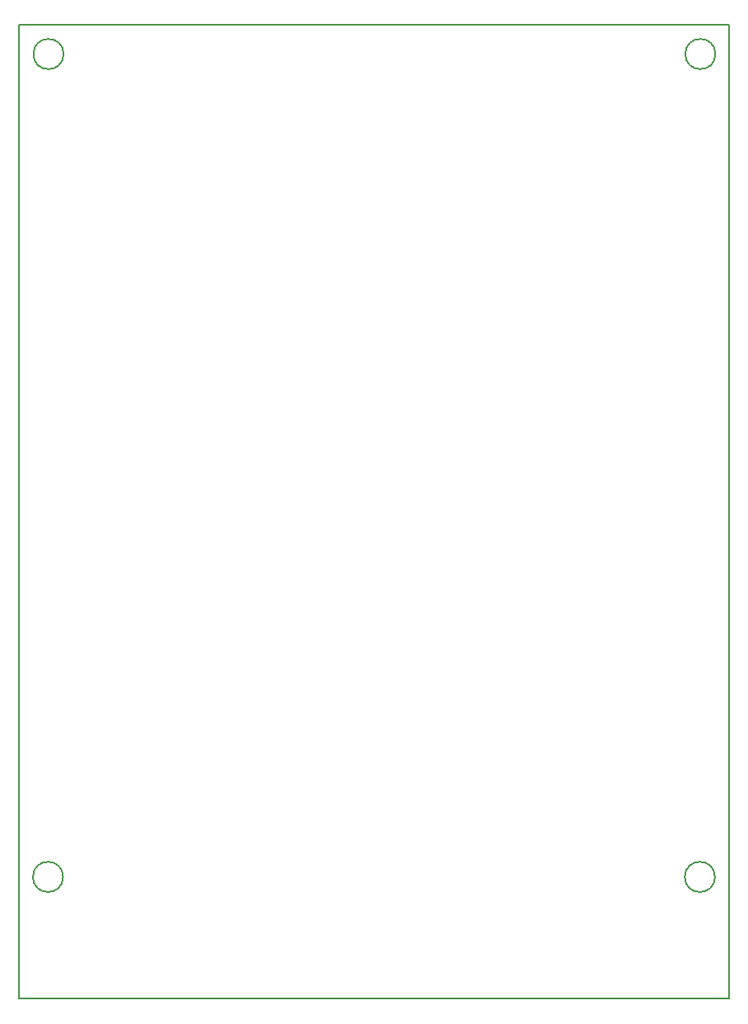
<source format=gm1>
%TF.GenerationSoftware,KiCad,Pcbnew,8.0.0*%
%TF.CreationDate,2024-07-03T13:45:48+02:00*%
%TF.ProjectId,Audio-Controller V1.1,41756469-6f2d-4436-9f6e-74726f6c6c65,rev?*%
%TF.SameCoordinates,Original*%
%TF.FileFunction,Profile,NP*%
%FSLAX46Y46*%
G04 Gerber Fmt 4.6, Leading zero omitted, Abs format (unit mm)*
G04 Created by KiCad (PCBNEW 8.0.0) date 2024-07-03 13:45:48*
%MOMM*%
%LPD*%
G01*
G04 APERTURE LIST*
%TA.AperFunction,Profile*%
%ADD10C,0.200000*%
%TD*%
G04 APERTURE END LIST*
D10*
X52550000Y-104000000D02*
G75*
G02*
X49450000Y-104000000I-1550000J0D01*
G01*
X49450000Y-104000000D02*
G75*
G02*
X52550000Y-104000000I1550000J0D01*
G01*
X52600000Y-19500000D02*
G75*
G02*
X49500000Y-19500000I-1550000J0D01*
G01*
X49500000Y-19500000D02*
G75*
G02*
X52600000Y-19500000I1550000J0D01*
G01*
X48000000Y-16500000D02*
X121000000Y-16500000D01*
X121000000Y-116500000D01*
X48000000Y-116500000D01*
X48000000Y-16500000D01*
X119550000Y-104000000D02*
G75*
G02*
X116450000Y-104000000I-1550000J0D01*
G01*
X116450000Y-104000000D02*
G75*
G02*
X119550000Y-104000000I1550000J0D01*
G01*
X119600000Y-19500000D02*
G75*
G02*
X116500000Y-19500000I-1550000J0D01*
G01*
X116500000Y-19500000D02*
G75*
G02*
X119600000Y-19500000I1550000J0D01*
G01*
M02*

</source>
